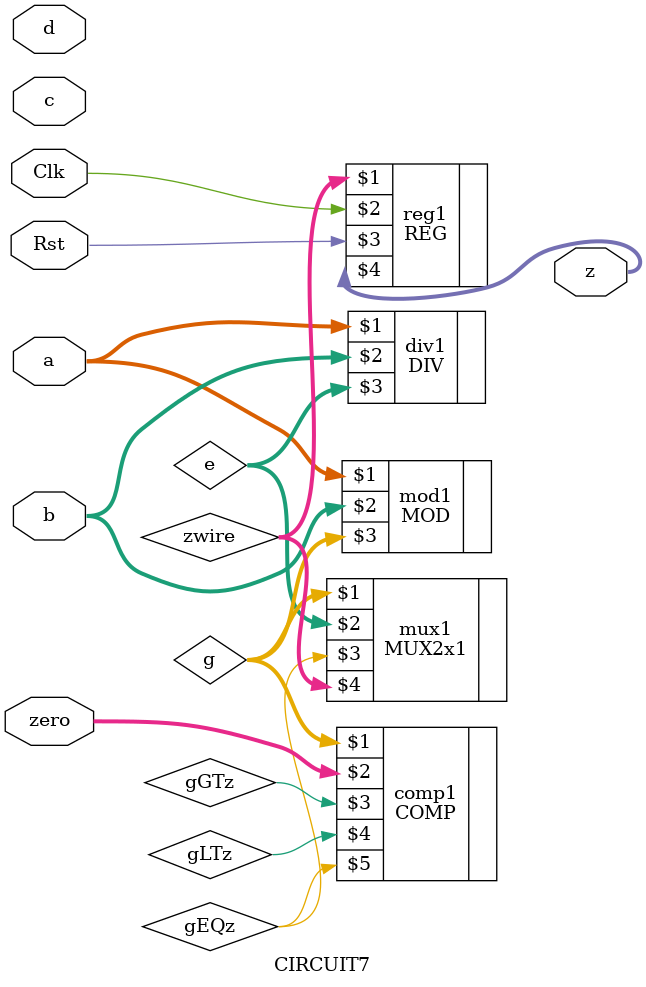
<source format=v>
`timescale 1ns / 1ps


module CIRCUIT7(a, b, c, d, zero, Clk, Rst, z);
    
    input Clk, Rst;
    input [63:0] a, b, c, d, zero;

    output [63:0] z;

    wire [63:0] e, f, g, zwire;
    wire gEQz, gLTz, gGTz;  
    
    DIV #(64) div1(a, b, e);
    DIV #(64) div2(f, d, f);
    MOD #(64) mod1(a, b, g);
    COMP #(64) comp1(g, zero, gGTz, gLTz, gEQz);
    MUX2x1 #(64) mux1(g, e, gEQz, zwire);
    REG #(64) reg1(zwire, Clk, Rst, z);
    
endmodule
</source>
